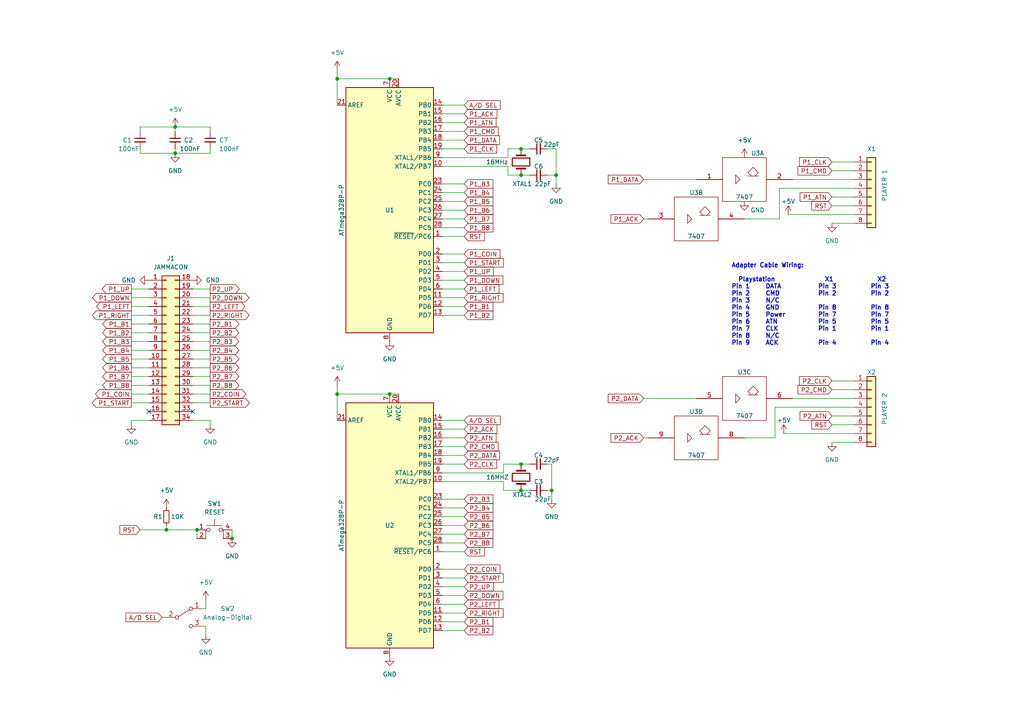
<source format=kicad_sch>
(kicad_sch (version 20211123) (generator eeschema)
  (paper "A4")
  (title_block (title "Jammacon Playstation") (rev "2.1") (company "Shane Kiely"))
  (lib_symbols
    (symbol "74xx_IEEE:7407" (pin_names (offset 0.762))
      (property "Reference" "U" (at 3.81 8.89 0))
      (property "Value" "7407" (at 3.81 -7.62 0))
      (symbol "7407_0_1"
        (rectangle (start -6.35 6.35) (end 6.35 -6.35))
        (polyline (pts (xy -2.54 1.27) (xy -2.54 -1.27) (xy -1.27 0) (xy -2.54 1.27) (xy -2.54 1.27)))
        (polyline (pts (xy 3.048 1.016) (xy 4.064 2.032) (xy 2.54 3.556) (xy 1.016 2.032) (xy 2.032 1.016) (xy 1.016 1.016) (xy 4.064 1.016) (xy 4.064 1.016)))
        (pin power_in line (at 0 6.35 270) (length 0) hide (name "Vcc") (number "14"))
        (pin power_in line (at 0 -6.35 90) (length 0) hide (name "Gnd") (number "7"))
      )
      (symbol "7407_1_1"
        (pin input line (at -13.97 0 0) (length 7.62) (name "~") (number "1"))
        (pin open_collector line (at 13.97 0 180) (length 7.62) (name "~") (number "2"))
      )
      (symbol "7407_2_1"
        (pin input line (at -13.97 0 0) (length 7.62) (name "~") (number "3"))
        (pin open_collector line (at 13.97 0 180) (length 7.62) (name "~") (number "4"))
      )
      (symbol "7407_3_1"
        (pin input line (at -13.97 0 0) (length 7.62) (name "~") (number "5"))
        (pin open_collector line (at 13.97 0 180) (length 7.62) (name "~") (number "6"))
      )
      (symbol "7407_4_1"
        (pin open_collector line (at 13.97 0 180) (length 7.62) (name "~") (number "8"))
        (pin input line (at -13.97 0 0) (length 7.62) (name "~") (number "9"))
      )
      (symbol "7407_5_1"
        (pin open_collector line (at 13.97 0 180) (length 7.62) (name "~") (number "10"))
        (pin input line (at -13.97 0 0) (length 7.62) (name "~") (number "11"))
      )
      (symbol "7407_6_1"
        (pin open_collector line (at 13.97 0 180) (length 7.62) (name "~") (number "12"))
        (pin input line (at -13.97 0 0) (length 7.62) (name "~") (number "13"))
      )
    )
    (symbol "Connector_Generic:Conn_01x08" (pin_names (offset 1.016) hide)
      (property "Reference" "J" (at 0 10.16 0))
      (property "Value" "Conn_01x08" (at 0 -12.7 0))
      (symbol "Conn_01x08_1_1"
        (rectangle (start -1.27 -10.033) (end 0 -10.287) (stroke (width 0.1524)))
        (rectangle (start -1.27 -7.493) (end 0 -7.747) (stroke (width 0.1524)))
        (rectangle (start -1.27 -4.953) (end 0 -5.207) (stroke (width 0.1524)))
        (rectangle (start -1.27 -2.413) (end 0 -2.667) (stroke (width 0.1524)))
        (rectangle (start -1.27 0.127) (end 0 -0.127) (stroke (width 0.1524)))
        (rectangle (start -1.27 2.667) (end 0 2.413) (stroke (width 0.1524)))
        (rectangle (start -1.27 5.207) (end 0 4.953) (stroke (width 0.1524)))
        (rectangle (start -1.27 7.747) (end 0 7.493) (stroke (width 0.1524)))
        (rectangle (start -1.27 8.89) (end 1.27 -11.43) (stroke (width 0.254)) (fill (type background)))
        (pin passive line (at -5.08 7.62 0) (length 3.81) (name "Pin_1") (number "1"))
        (pin passive line (at -5.08 5.08 0) (length 3.81) (name "Pin_2") (number "2"))
        (pin passive line (at -5.08 2.54 0) (length 3.81) (name "Pin_3") (number "3"))
        (pin passive line (at -5.08 0 0) (length 3.81) (name "Pin_4") (number "4"))
        (pin passive line (at -5.08 -2.54 0) (length 3.81) (name "Pin_5") (number "5"))
        (pin passive line (at -5.08 -5.08 0) (length 3.81) (name "Pin_6") (number "6"))
        (pin passive line (at -5.08 -7.62 0) (length 3.81) (name "Pin_7") (number "7"))
        (pin passive line (at -5.08 -10.16 0) (length 3.81) (name "Pin_8") (number "8"))
      )
    )
    (symbol "Connector_Generic:Conn_02x17_Top_Bottom" (pin_names (offset 1.016) hide)
      (property "Reference" "J" (at 1.27 22.86 0))
      (property "Value" "Conn_02x17_Top_Bottom" (at 1.27 -22.86 0))
      (symbol "Conn_02x17_Top_Bottom_1_1"
        (rectangle (start -1.27 -20.193) (end 0 -20.447) (stroke (width 0.1524)))
        (rectangle (start -1.27 -17.653) (end 0 -17.907) (stroke (width 0.1524)))
        (rectangle (start -1.27 -15.113) (end 0 -15.367) (stroke (width 0.1524)))
        (rectangle (start -1.27 -12.573) (end 0 -12.827) (stroke (width 0.1524)))
        (rectangle (start -1.27 -10.033) (end 0 -10.287) (stroke (width 0.1524)))
        (rectangle (start -1.27 -7.493) (end 0 -7.747) (stroke (width 0.1524)))
        (rectangle (start -1.27 -4.953) (end 0 -5.207) (stroke (width 0.1524)))
        (rectangle (start -1.27 -2.413) (end 0 -2.667) (stroke (width 0.1524)))
        (rectangle (start -1.27 0.127) (end 0 -0.127) (stroke (width 0.1524)))
        (rectangle (start -1.27 2.667) (end 0 2.413) (stroke (width 0.1524)))
        (rectangle (start -1.27 5.207) (end 0 4.953) (stroke (width 0.1524)))
        (rectangle (start -1.27 7.747) (end 0 7.493) (stroke (width 0.1524)))
        (rectangle (start -1.27 10.287) (end 0 10.033) (stroke (width 0.1524)))
        (rectangle (start -1.27 12.827) (end 0 12.573) (stroke (width 0.1524)))
        (rectangle (start -1.27 15.367) (end 0 15.113) (stroke (width 0.1524)))
        (rectangle (start -1.27 17.907) (end 0 17.653) (stroke (width 0.1524)))
        (rectangle (start -1.27 20.447) (end 0 20.193) (stroke (width 0.1524)))
        (rectangle (start -1.27 21.59) (end 3.81 -21.59) (stroke (width 0.254)) (fill (type background)))
        (rectangle (start 3.81 -20.193) (end 2.54 -20.447) (stroke (width 0.1524)))
        (rectangle (start 3.81 -17.653) (end 2.54 -17.907) (stroke (width 0.1524)))
        (rectangle (start 3.81 -15.113) (end 2.54 -15.367) (stroke (width 0.1524)))
        (rectangle (start 3.81 -12.573) (end 2.54 -12.827) (stroke (width 0.1524)))
        (rectangle (start 3.81 -10.033) (end 2.54 -10.287) (stroke (width 0.1524)))
        (rectangle (start 3.81 -7.493) (end 2.54 -7.747) (stroke (width 0.1524)))
        (rectangle (start 3.81 -4.953) (end 2.54 -5.207) (stroke (width 0.1524)))
        (rectangle (start 3.81 -2.413) (end 2.54 -2.667) (stroke (width 0.1524)))
        (rectangle (start 3.81 0.127) (end 2.54 -0.127) (stroke (width 0.1524)))
        (rectangle (start 3.81 2.667) (end 2.54 2.413) (stroke (width 0.1524)))
        (rectangle (start 3.81 5.207) (end 2.54 4.953) (stroke (width 0.1524)))
        (rectangle (start 3.81 7.747) (end 2.54 7.493) (stroke (width 0.1524)))
        (rectangle (start 3.81 10.287) (end 2.54 10.033) (stroke (width 0.1524)))
        (rectangle (start 3.81 12.827) (end 2.54 12.573) (stroke (width 0.1524)))
        (rectangle (start 3.81 15.367) (end 2.54 15.113) (stroke (width 0.1524)))
        (rectangle (start 3.81 17.907) (end 2.54 17.653) (stroke (width 0.1524)))
        (rectangle (start 3.81 20.447) (end 2.54 20.193) (stroke (width 0.1524)))
        (pin passive line (at -5.08 20.32 0) (length 3.81) (name "Pin_1") (number "1"))
        (pin passive line (at -5.08 -2.54 0) (length 3.81) (name "Pin_10") (number "10"))
        (pin passive line (at -5.08 -5.08 0) (length 3.81) (name "Pin_11") (number "11"))
        (pin passive line (at -5.08 -7.62 0) (length 3.81) (name "Pin_12") (number "12"))
        (pin passive line (at -5.08 -10.16 0) (length 3.81) (name "Pin_13") (number "13"))
        (pin passive line (at -5.08 -12.7 0) (length 3.81) (name "Pin_14") (number "14"))
        (pin passive line (at -5.08 -15.24 0) (length 3.81) (name "Pin_15") (number "15"))
        (pin passive line (at -5.08 -17.78 0) (length 3.81) (name "Pin_16") (number "16"))
        (pin passive line (at -5.08 -20.32 0) (length 3.81) (name "Pin_17") (number "17"))
        (pin passive line (at 7.62 20.32 180) (length 3.81) (name "Pin_18") (number "18"))
        (pin passive line (at 7.62 17.78 180) (length 3.81) (name "Pin_19") (number "19"))
        (pin passive line (at -5.08 17.78 0) (length 3.81) (name "Pin_2") (number "2"))
        (pin passive line (at 7.62 15.24 180) (length 3.81) (name "Pin_20") (number "20"))
        (pin passive line (at 7.62 12.7 180) (length 3.81) (name "Pin_21") (number "21"))
        (pin passive line (at 7.62 10.16 180) (length 3.81) (name "Pin_22") (number "22"))
        (pin passive line (at 7.62 7.62 180) (length 3.81) (name "Pin_23") (number "23"))
        (pin passive line (at 7.62 5.08 180) (length 3.81) (name "Pin_24") (number "24"))
        (pin passive line (at 7.62 2.54 180) (length 3.81) (name "Pin_25") (number "25"))
        (pin passive line (at 7.62 0 180) (length 3.81) (name "Pin_26") (number "26"))
        (pin passive line (at 7.62 -2.54 180) (length 3.81) (name "Pin_27") (number "27"))
        (pin passive line (at 7.62 -5.08 180) (length 3.81) (name "Pin_28") (number "28"))
        (pin passive line (at 7.62 -7.62 180) (length 3.81) (name "Pin_29") (number "29"))
        (pin passive line (at -5.08 15.24 0) (length 3.81) (name "Pin_3") (number "3"))
        (pin passive line (at 7.62 -10.16 180) (length 3.81) (name "Pin_30") (number "30"))
        (pin passive line (at 7.62 -12.7 180) (length 3.81) (name "Pin_31") (number "31"))
        (pin passive line (at 7.62 -15.24 180) (length 3.81) (name "Pin_32") (number "32"))
        (pin passive line (at 7.62 -17.78 180) (length 3.81) (name "Pin_33") (number "33"))
        (pin passive line (at 7.62 -20.32 180) (length 3.81) (name "Pin_34") (number "34"))
        (pin passive line (at -5.08 12.7 0) (length 3.81) (name "Pin_4") (number "4"))
        (pin passive line (at -5.08 10.16 0) (length 3.81) (name "Pin_5") (number "5"))
        (pin passive line (at -5.08 7.62 0) (length 3.81) (name "Pin_6") (number "6"))
        (pin passive line (at -5.08 5.08 0) (length 3.81) (name "Pin_7") (number "7"))
        (pin passive line (at -5.08 2.54 0) (length 3.81) (name "Pin_8") (number "8"))
        (pin passive line (at -5.08 0 0) (length 3.81) (name "Pin_9") (number "9"))
      )
    )
    (symbol "Device:C_Small" (pin_numbers hide) (pin_names (offset 0.254) hide)
      (property "Reference" "C" (at 0.254 1.778 0))
      (property "Value" "C_Small" (at 0.254 -2.032 0))
      (symbol "C_Small_0_1"
        (polyline (pts (xy -1.524 -0.508) (xy 1.524 -0.508)) (stroke (width 0.3302)))
        (polyline (pts (xy -1.524 0.508) (xy 1.524 0.508)) (stroke (width 0.3048)))
      )
      (symbol "C_Small_1_1"
        (pin passive line (at 0 2.54 270) (length 2.032) (name "~") (number "1"))
        (pin passive line (at 0 -2.54 90) (length 2.032) (name "~") (number "2"))
      )
    )
    (symbol "Device:Crystal" (pin_numbers hide) (pin_names (offset 1.016) hide)
      (property "Reference" "Y" (at 0 3.81 0))
      (property "Value" "Crystal" (at 0 -3.81 0))
      (symbol "Crystal_0_1"
        (rectangle (start -1.143 2.54) (end 1.143 -2.54) (stroke (width 0.3048)))
        (polyline (pts (xy -2.54 0) (xy -1.905 0)))
        (polyline (pts (xy -1.905 -1.27) (xy -1.905 1.27)) (stroke (width 0.508)))
        (polyline (pts (xy 1.905 -1.27) (xy 1.905 1.27)) (stroke (width 0.508)))
        (polyline (pts (xy 2.54 0) (xy 1.905 0)))
      )
      (symbol "Crystal_1_1"
        (pin passive line (at -3.81 0 0) (length 1.27) (name "1") (number "1"))
        (pin passive line (at 3.81 0 180) (length 1.27) (name "2") (number "2"))
      )
    )
    (symbol "Device:R_Small" (pin_numbers hide) (pin_names (offset 0.254) hide)
      (property "Reference" "R" (at 0.762 0.508 0))
      (property "Value" "R_Small" (at 0.762 -1.016 0))
      (symbol "R_Small_0_1"
        (rectangle (start -0.762 1.778) (end 0.762 -1.778) (stroke (width 0.2032)))
      )
      (symbol "R_Small_1_1"
        (pin passive line (at 0 2.54 270) (length 0.762) (name "~") (number "1"))
        (pin passive line (at 0 -2.54 90) (length 0.762) (name "~") (number "2"))
      )
    )
    (symbol "MCU_Microchip_ATmega:ATmega328P-P"
      (property "Reference" "U" (at -12.7 36.83 0))
      (property "Value" "ATmega328P-P" (at 2.54 -36.83 0))
      (symbol "ATmega328P-P_0_1"
        (rectangle (start -12.7 -35.56) (end 12.7 35.56) (stroke (width 0.254)) (fill (type background)))
      )
      (symbol "ATmega328P-P_1_1"
        (pin bidirectional line (at 15.24 -7.62 180) (length 2.54) (name "~{RESET}/PC6") (number "1"))
        (pin bidirectional line (at 15.24 12.7 180) (length 2.54) (name "XTAL2/PB7") (number "10"))
        (pin bidirectional line (at 15.24 -25.4 180) (length 2.54) (name "PD5") (number "11"))
        (pin bidirectional line (at 15.24 -27.94 180) (length 2.54) (name "PD6") (number "12"))
        (pin bidirectional line (at 15.24 -30.48 180) (length 2.54) (name "PD7") (number "13"))
        (pin bidirectional line (at 15.24 30.48 180) (length 2.54) (name "PB0") (number "14"))
        (pin bidirectional line (at 15.24 27.94 180) (length 2.54) (name "PB1") (number "15"))
        (pin bidirectional line (at 15.24 25.4 180) (length 2.54) (name "PB2") (number "16"))
        (pin bidirectional line (at 15.24 22.86 180) (length 2.54) (name "PB3") (number "17"))
        (pin bidirectional line (at 15.24 20.32 180) (length 2.54) (name "PB4") (number "18"))
        (pin bidirectional line (at 15.24 17.78 180) (length 2.54) (name "PB5") (number "19"))
        (pin bidirectional line (at 15.24 -12.7 180) (length 2.54) (name "PD0") (number "2"))
        (pin power_in line (at 2.54 38.1 270) (length 2.54) (name "AVCC") (number "20"))
        (pin passive line (at -15.24 30.48 0) (length 2.54) (name "AREF") (number "21"))
        (pin passive line (at 0 -38.1 90) (length 2.54) hide (name "GND") (number "22"))
        (pin bidirectional line (at 15.24 7.62 180) (length 2.54) (name "PC0") (number "23"))
        (pin bidirectional line (at 15.24 5.08 180) (length 2.54) (name "PC1") (number "24"))
        (pin bidirectional line (at 15.24 2.54 180) (length 2.54) (name "PC2") (number "25"))
        (pin bidirectional line (at 15.24 0 180) (length 2.54) (name "PC3") (number "26"))
        (pin bidirectional line (at 15.24 -2.54 180) (length 2.54) (name "PC4") (number "27"))
        (pin bidirectional line (at 15.24 -5.08 180) (length 2.54) (name "PC5") (number "28"))
        (pin bidirectional line (at 15.24 -15.24 180) (length 2.54) (name "PD1") (number "3"))
        (pin bidirectional line (at 15.24 -17.78 180) (length 2.54) (name "PD2") (number "4"))
        (pin bidirectional line (at 15.24 -20.32 180) (length 2.54) (name "PD3") (number "5"))
        (pin bidirectional line (at 15.24 -22.86 180) (length 2.54) (name "PD4") (number "6"))
        (pin power_in line (at 0 38.1 270) (length 2.54) (name "VCC") (number "7"))
        (pin power_in line (at 0 -38.1 90) (length 2.54) (name "GND") (number "8"))
        (pin bidirectional line (at 15.24 15.24 180) (length 2.54) (name "XTAL1/PB6") (number "9"))
      )
    )
    (symbol "Switch:SW_MEC_5E" (pin_names (offset 1.016) hide)
      (property "Reference" "SW" (at 0.635 5.715 0))
      (property "Value" "SW_MEC_5E" (at 0 -3.175 0))
      (symbol "SW_MEC_5E_0_1"
        (circle (center -1.778 2.54) (radius 0.508))
        (polyline (pts (xy -2.286 3.81) (xy 2.286 3.81)))
        (polyline (pts (xy 0 3.81) (xy 0 5.588)))
        (polyline (pts (xy -2.54 0) (xy -2.54 2.54) (xy -2.286 2.54)))
        (polyline (pts (xy 2.54 0) (xy 2.54 2.54) (xy 2.286 2.54)))
        (circle (center 1.778 2.54) (radius 0.508))
        (pin passive line (at -5.08 2.54 0) (length 2.54) (name "1") (number "1"))
        (pin passive line (at -5.08 0 0) (length 2.54) (name "2") (number "2"))
        (pin passive line (at 5.08 0 180) (length 2.54) (name "K") (number "3"))
        (pin passive line (at 5.08 2.54 180) (length 2.54) (name "A") (number "4"))
      )
    )
    (symbol "Switch:SW_SPDT" (pin_names (offset 0) hide)
      (property "Reference" "SW" (at 0 4.318 0))
      (property "Value" "SW_SPDT" (at 0 -5.08 0))
      (symbol "SW_SPDT_0_0"
        (circle (center -2.032 0) (radius 0.508))
        (circle (center 2.032 -2.54) (radius 0.508))
      )
      (symbol "SW_SPDT_0_1"
        (polyline (pts (xy -1.524 0.254) (xy 1.651 2.286)))
        (circle (center 2.032 2.54) (radius 0.508))
      )
      (symbol "SW_SPDT_1_1"
        (pin passive line (at 5.08 2.54 180) (length 2.54) (name "A") (number "1"))
        (pin passive line (at -5.08 0 0) (length 2.54) (name "B") (number "2"))
        (pin passive line (at 5.08 -2.54 180) (length 2.54) (name "C") (number "3"))
      )
    )
    (symbol "power:+5V" (power) (pin_names (offset 0))
      (property "Value" "+5V" (at 0 3.556 0))
      (symbol "+5V_0_1"
        (polyline (pts (xy -0.762 1.27) (xy 0 2.54)))
        (polyline (pts (xy 0 0) (xy 0 2.54)))
        (polyline (pts (xy 0 2.54) (xy 0.762 1.27)))
      )
      (symbol "+5V_1_1"
        (pin power_in line (at 0 0 90) (length 0) hide (name "+5V") (number "1"))
      )
    )
    (symbol "power:GND" (power) (pin_names (offset 0))
      (property "Value" "GND" (at 0 -3.81 0))
      (symbol "GND_0_1"
        (polyline (pts (xy 0 0) (xy 0 -1.27) (xy 1.27 -1.27) (xy 0 -2.54) (xy -1.27 -1.27) (xy 0 -1.27)))
      )
      (symbol "GND_1_1"
        (pin power_in line (at 0 0 270) (length 0) hide (name "GND") (number "1"))
      )
    )
  )
  (junction (at 151.13 43.18))
  (junction (at 113.03 22.86))
  (junction (at 48.26 153.67))
  (junction (at 57.15 153.67))
  (junction (at 151.13 142.24))
  (junction (at 160.02 142.24))
  (junction (at 113.03 114.3))
  (junction (at 50.8 36.83))
  (junction (at 67.31 156.21))
  (junction (at 151.13 50.8))
  (junction (at 97.79 114.3))
  (junction (at 50.8 44.45))
  (junction (at 151.13 134.62))
  (junction (at 97.79 22.86))
  (junction (at 161.29 50.8))
  (no_connect (at 43.18 119.38))
  (no_connect (at 55.88 119.38))
  (wire (pts (xy 55.88 101.6) (xy 60.96 101.6)))
  (wire (pts (xy 50.8 43.18) (xy 50.8 44.45)))
  (wire (pts (xy 38.1 96.52) (xy 43.18 96.52)))
  (wire (pts (xy 158.75 50.8) (xy 161.29 50.8)))
  (wire (pts (xy 241.3 59.69) (xy 247.65 59.69)))
  (wire (pts (xy 128.27 38.1) (xy 134.62 38.1)))
  (wire (pts (xy 226.06 54.61) (xy 247.65 54.61)))
  (wire (pts (xy 241.3 113.03) (xy 247.65 113.03)))
  (wire (pts (xy 55.88 109.22) (xy 60.96 109.22)))
  (wire (pts (xy 48.26 153.67) (xy 57.15 153.67)))
  (wire (pts (xy 46.99 179.07) (xy 48.26 179.07)))
  (wire (pts (xy 151.13 142.24) (xy 153.67 142.24)))
  (wire (pts (xy 147.32 50.8) (xy 151.13 50.8)))
  (wire (pts (xy 128.27 53.34) (xy 134.62 53.34)))
  (wire (pts (xy 224.79 118.11) (xy 247.65 118.11)))
  (wire (pts (xy 59.69 173.99) (xy 59.69 176.53)))
  (wire (pts (xy 228.6 62.23) (xy 247.65 62.23)))
  (wire (pts (xy 50.8 36.83) (xy 50.8 38.1)))
  (wire (pts (xy 241.3 64.77) (xy 247.65 64.77)))
  (wire (pts (xy 229.87 52.07) (xy 247.65 52.07)))
  (wire (pts (xy 97.79 114.3) (xy 97.79 121.92)))
  (wire (pts (xy 186.69 115.57) (xy 201.93 115.57)))
  (wire (pts (xy 43.18 121.92) (xy 38.1 121.92)))
  (wire (pts (xy 38.1 111.76) (xy 43.18 111.76)))
  (wire (pts (xy 160.02 134.62) (xy 160.02 142.24)))
  (wire (pts (xy 40.64 38.1) (xy 40.64 36.83)))
  (wire (pts (xy 128.27 88.9) (xy 134.62 88.9)))
  (wire (pts (xy 128.27 78.74) (xy 134.62 78.74)))
  (wire (pts (xy 128.27 154.94) (xy 134.62 154.94)))
  (wire (pts (xy 158.75 43.18) (xy 161.29 43.18)))
  (wire (pts (xy 128.27 81.28) (xy 134.62 81.28)))
  (wire (pts (xy 40.64 43.18) (xy 40.64 44.45)))
  (wire (pts (xy 128.27 175.26) (xy 134.62 175.26)))
  (wire (pts (xy 40.64 44.45) (xy 50.8 44.45)))
  (wire (pts (xy 38.1 93.98) (xy 43.18 93.98)))
  (wire (pts (xy 226.06 63.5) (xy 226.06 54.61)))
  (wire (pts (xy 50.8 44.45) (xy 60.96 44.45)))
  (wire (pts (xy 67.31 153.67) (xy 67.31 156.21)))
  (wire (pts (xy 57.15 153.67) (xy 57.15 156.21)))
  (wire (pts (xy 50.8 36.83) (xy 60.96 36.83)))
  (wire (pts (xy 128.27 66.04) (xy 134.62 66.04)))
  (wire (pts (xy 227.33 125.73) (xy 247.65 125.73)))
  (wire (pts (xy 97.79 22.86) (xy 113.03 22.86)))
  (wire (pts (xy 97.79 20.32) (xy 97.79 22.86)))
  (wire (pts (xy 128.27 134.62) (xy 134.62 134.62)))
  (wire (pts (xy 128.27 91.44) (xy 134.62 91.44)))
  (wire (pts (xy 58.42 176.53) (xy 59.69 176.53)))
  (wire (pts (xy 38.1 83.82) (xy 43.18 83.82)))
  (wire (pts (xy 128.27 73.66) (xy 134.62 73.66)))
  (wire (pts (xy 58.42 181.61) (xy 59.69 181.61)))
  (wire (pts (xy 161.29 50.8) (xy 161.29 53.34)))
  (wire (pts (xy 113.03 114.3) (xy 115.57 114.3)))
  (wire (pts (xy 128.27 63.5) (xy 134.62 63.5)))
  (wire (pts (xy 128.27 177.8) (xy 134.62 177.8)))
  (wire (pts (xy 241.3 123.19) (xy 247.65 123.19)))
  (wire (pts (xy 241.3 46.99) (xy 247.65 46.99)))
  (wire (pts (xy 40.64 36.83) (xy 50.8 36.83)))
  (wire (pts (xy 38.1 99.06) (xy 43.18 99.06)))
  (wire (pts (xy 128.27 132.08) (xy 134.62 132.08)))
  (wire (pts (xy 241.3 120.65) (xy 247.65 120.65)))
  (wire (pts (xy 241.3 49.53) (xy 247.65 49.53)))
  (wire (pts (xy 55.88 99.06) (xy 60.96 99.06)))
  (wire (pts (xy 128.27 48.26) (xy 147.32 48.26)))
  (wire (pts (xy 38.1 101.6) (xy 43.18 101.6)))
  (wire (pts (xy 241.3 128.27) (xy 247.65 128.27)))
  (wire (pts (xy 38.1 91.44) (xy 43.18 91.44)))
  (wire (pts (xy 128.27 58.42) (xy 134.62 58.42)))
  (wire (pts (xy 55.88 91.44) (xy 60.96 91.44)))
  (wire (pts (xy 158.75 134.62) (xy 160.02 134.62)))
  (wire (pts (xy 215.9 127) (xy 224.79 127)))
  (wire (pts (xy 38.1 88.9) (xy 43.18 88.9)))
  (wire (pts (xy 128.27 83.82) (xy 134.62 83.82)))
  (wire (pts (xy 147.32 48.26) (xy 147.32 50.8)))
  (wire (pts (xy 38.1 114.3) (xy 43.18 114.3)))
  (wire (pts (xy 48.26 152.4) (xy 48.26 153.67)))
  (wire (pts (xy 38.1 116.84) (xy 43.18 116.84)))
  (wire (pts (xy 229.87 115.57) (xy 247.65 115.57)))
  (wire (pts (xy 38.1 106.68) (xy 43.18 106.68)))
  (wire (pts (xy 161.29 43.18) (xy 161.29 50.8)))
  (wire (pts (xy 215.9 63.5) (xy 226.06 63.5)))
  (wire (pts (xy 60.96 121.92) (xy 60.96 123.19)))
  (wire (pts (xy 128.27 139.7) (xy 146.05 139.7)))
  (wire (pts (xy 147.32 45.72) (xy 147.32 43.18)))
  (wire (pts (xy 128.27 149.86) (xy 134.62 149.86)))
  (wire (pts (xy 128.27 55.88) (xy 134.62 55.88)))
  (wire (pts (xy 55.88 104.14) (xy 60.96 104.14)))
  (wire (pts (xy 224.79 127) (xy 224.79 118.11)))
  (wire (pts (xy 128.27 60.96) (xy 134.62 60.96)))
  (wire (pts (xy 55.88 121.92) (xy 60.96 121.92)))
  (wire (pts (xy 128.27 129.54) (xy 134.62 129.54)))
  (wire (pts (xy 146.05 142.24) (xy 151.13 142.24)))
  (wire (pts (xy 38.1 121.92) (xy 38.1 123.19)))
  (wire (pts (xy 128.27 147.32) (xy 134.62 147.32)))
  (wire (pts (xy 38.1 104.14) (xy 43.18 104.14)))
  (wire (pts (xy 160.02 142.24) (xy 160.02 144.78)))
  (wire (pts (xy 128.27 76.2) (xy 134.62 76.2)))
  (wire (pts (xy 60.96 44.45) (xy 60.96 43.18)))
  (wire (pts (xy 55.88 116.84) (xy 60.96 116.84)))
  (wire (pts (xy 128.27 86.36) (xy 134.62 86.36)))
  (wire (pts (xy 128.27 43.18) (xy 134.62 43.18)))
  (wire (pts (xy 59.69 181.61) (xy 59.69 184.15)))
  (wire (pts (xy 128.27 144.78) (xy 134.62 144.78)))
  (wire (pts (xy 55.88 93.98) (xy 60.96 93.98)))
  (wire (pts (xy 128.27 160.02) (xy 134.62 160.02)))
  (wire (pts (xy 128.27 33.02) (xy 134.62 33.02)))
  (wire (pts (xy 146.05 134.62) (xy 151.13 134.62)))
  (wire (pts (xy 128.27 167.64) (xy 134.62 167.64)))
  (wire (pts (xy 38.1 109.22) (xy 43.18 109.22)))
  (wire (pts (xy 60.96 36.83) (xy 60.96 38.1)))
  (wire (pts (xy 97.79 111.76) (xy 97.79 114.3)))
  (wire (pts (xy 128.27 182.88) (xy 134.62 182.88)))
  (wire (pts (xy 241.3 110.49) (xy 247.65 110.49)))
  (wire (pts (xy 113.03 22.86) (xy 115.57 22.86)))
  (wire (pts (xy 97.79 22.86) (xy 97.79 30.48)))
  (wire (pts (xy 128.27 165.1) (xy 134.62 165.1)))
  (wire (pts (xy 128.27 30.48) (xy 134.62 30.48)))
  (wire (pts (xy 128.27 40.64) (xy 134.62 40.64)))
  (wire (pts (xy 186.69 52.07) (xy 201.93 52.07)))
  (wire (pts (xy 146.05 137.16) (xy 146.05 134.62)))
  (wire (pts (xy 128.27 170.18) (xy 134.62 170.18)))
  (wire (pts (xy 128.27 124.46) (xy 134.62 124.46)))
  (wire (pts (xy 55.88 86.36) (xy 60.96 86.36)))
  (wire (pts (xy 151.13 50.8) (xy 153.67 50.8)))
  (wire (pts (xy 55.88 96.52) (xy 60.96 96.52)))
  (wire (pts (xy 128.27 180.34) (xy 134.62 180.34)))
  (wire (pts (xy 128.27 68.58) (xy 134.62 68.58)))
  (wire (pts (xy 128.27 172.72) (xy 134.62 172.72)))
  (wire (pts (xy 97.79 114.3) (xy 113.03 114.3)))
  (wire (pts (xy 55.88 83.82) (xy 60.96 83.82)))
  (wire (pts (xy 128.27 127) (xy 134.62 127)))
  (wire (pts (xy 146.05 139.7) (xy 146.05 142.24)))
  (wire (pts (xy 186.69 63.5) (xy 187.96 63.5)))
  (wire (pts (xy 151.13 43.18) (xy 153.67 43.18)))
  (wire (pts (xy 186.69 127) (xy 187.96 127)))
  (wire (pts (xy 128.27 137.16) (xy 146.05 137.16)))
  (wire (pts (xy 55.88 114.3) (xy 60.96 114.3)))
  (wire (pts (xy 147.32 43.18) (xy 151.13 43.18)))
  (wire (pts (xy 128.27 152.4) (xy 134.62 152.4)))
  (wire (pts (xy 128.27 121.92) (xy 134.62 121.92)))
  (wire (pts (xy 151.13 134.62) (xy 153.67 134.62)))
  (wire (pts (xy 158.75 142.24) (xy 160.02 142.24)))
  (wire (pts (xy 55.88 111.76) (xy 60.96 111.76)))
  (wire (pts (xy 40.64 153.67) (xy 48.26 153.67)))
  (wire (pts (xy 128.27 157.48) (xy 134.62 157.48)))
  (wire (pts (xy 128.27 35.56) (xy 134.62 35.56)))
  (wire (pts (xy 247.65 57.15) (xy 241.3 57.15)))
  (wire (pts (xy 55.88 106.68) (xy 60.96 106.68)))
  (wire (pts (xy 55.88 88.9) (xy 60.96 88.9)))
  (wire (pts (xy 38.1 86.36) (xy 43.18 86.36)))
  (wire (pts (xy 128.27 45.72) (xy 147.32 45.72)))
  (text "Adapter Cable Wiring:\n\n  Playstation		  X1 		  X2\nPin 1	DATA		Pin 3		Pin 3\nPin 2	CMD			Pin 2		Pin 2\nPin 3 	N/C\nPin 4	GND			Pin 8		Pin 8\nPin 5	Power		Pin 7		Pin 7\nPin 6	ATN			Pin 5		Pin 5\nPin 7	CLK			Pin 1		Pin 1\nPin 8	N/C\nPin 9	ACK			Pin 4		Pin 4" (at 212.09 100.33 0) (effects (font (size 1.27 1.27) (thickness 0.254) bold) (justify left bottom)))
  (global_label "RST" (shape input) (at 134.62 68.58 0) (property "Intersheet References" "${INTERSHEET_REFS}" (effects hide)))
  (global_label "P2_START" (shape input) (at 134.62 167.64 0) (property "Intersheet References" "${INTERSHEET_REFS}" (effects hide)))
  (global_label "P2_B4" (shape output) (at 60.96 101.6 0) (property "Intersheet References" "${INTERSHEET_REFS}" (effects hide)))
  (global_label "P2_B3" (shape output) (at 60.96 99.06 0) (property "Intersheet References" "${INTERSHEET_REFS}" (effects hide)))
  (global_label "P1_ACK" (shape input) (at 134.62 33.02 0) (property "Intersheet References" "${INTERSHEET_REFS}" (effects hide)))
  (global_label "RST" (shape input) (at 134.62 160.02 0) (property "Intersheet References" "${INTERSHEET_REFS}" (effects hide)))
  (global_label "P2_ATN" (shape input) (at 241.3 120.65 180) (property "Intersheet References" "${INTERSHEET_REFS}" (effects hide)))
  (global_label "RST" (shape input) (at 241.3 59.69 180) (property "Intersheet References" "${INTERSHEET_REFS}" (effects hide)))
  (global_label "P1_COIN" (shape output) (at 38.1 114.3 180) (property "Intersheet References" "${INTERSHEET_REFS}" (effects hide)))
  (global_label "P1_B8" (shape output) (at 38.1 111.76 180) (property "Intersheet References" "${INTERSHEET_REFS}" (effects hide)))
  (global_label "A{slash}D SEL" (shape input) (at 134.62 121.92 0) (property "Intersheet References" "${INTERSHEET_REFS}" (effects hide)))
  (global_label "P2_COIN" (shape input) (at 134.62 165.1 0) (property "Intersheet References" "${INTERSHEET_REFS}" (effects hide)))
  (global_label "P2_START" (shape output) (at 60.96 116.84 0) (property "Intersheet References" "${INTERSHEET_REFS}" (effects hide)))
  (global_label "P2_B2" (shape input) (at 134.62 182.88 0) (property "Intersheet References" "${INTERSHEET_REFS}" (effects hide)))
  (global_label "P1_CMD" (shape input) (at 241.3 49.53 180) (property "Intersheet References" "${INTERSHEET_REFS}" (effects hide)))
  (global_label "P2_COIN" (shape output) (at 60.96 114.3 0) (property "Intersheet References" "${INTERSHEET_REFS}" (effects hide)))
  (global_label "P2_B8" (shape output) (at 60.96 111.76 0) (property "Intersheet References" "${INTERSHEET_REFS}" (effects hide)))
  (global_label "P2_CLK" (shape input) (at 241.3 110.49 180) (property "Intersheet References" "${INTERSHEET_REFS}" (effects hide)))
  (global_label "P1_RIGHT" (shape output) (at 38.1 91.44 180) (property "Intersheet References" "${INTERSHEET_REFS}" (effects hide)))
  (global_label "A{slash}D SEL" (shape input) (at 46.99 179.07 180) (property "Intersheet References" "${INTERSHEET_REFS}" (effects hide)))
  (global_label "P2_RIGHT" (shape input) (at 134.62 177.8 0) (property "Intersheet References" "${INTERSHEET_REFS}" (effects hide)))
  (global_label "P2_ATN" (shape input) (at 134.62 127 0) (property "Intersheet References" "${INTERSHEET_REFS}" (effects hide)))
  (global_label "P1_UP" (shape output) (at 38.1 83.82 180) (property "Intersheet References" "${INTERSHEET_REFS}" (effects hide)))
  (global_label "P2_B5" (shape input) (at 134.62 149.86 0) (property "Intersheet References" "${INTERSHEET_REFS}" (effects hide)))
  (global_label "P2_B5" (shape output) (at 60.96 104.14 0) (property "Intersheet References" "${INTERSHEET_REFS}" (effects hide)))
  (global_label "P1_DATA" (shape input) (at 134.62 40.64 0) (property "Intersheet References" "${INTERSHEET_REFS}" (effects hide)))
  (global_label "P1_ATN" (shape input) (at 134.62 35.56 0) (property "Intersheet References" "${INTERSHEET_REFS}" (effects hide)))
  (global_label "P1_B8" (shape input) (at 134.62 66.04 0) (property "Intersheet References" "${INTERSHEET_REFS}" (effects hide)))
  (global_label "P1_B5" (shape output) (at 38.1 104.14 180) (property "Intersheet References" "${INTERSHEET_REFS}" (effects hide)))
  (global_label "P1_CLK" (shape input) (at 134.62 43.18 0) (property "Intersheet References" "${INTERSHEET_REFS}" (effects hide)))
  (global_label "P2_UP" (shape input) (at 134.62 170.18 0) (property "Intersheet References" "${INTERSHEET_REFS}" (effects hide)))
  (global_label "P1_ACK" (shape input) (at 186.69 63.5 180) (property "Intersheet References" "${INTERSHEET_REFS}" (effects hide)))
  (global_label "P1_ATN" (shape input) (at 241.3 57.15 180) (property "Intersheet References" "${INTERSHEET_REFS}" (effects hide)))
  (global_label "P1_B4" (shape input) (at 134.62 55.88 0) (property "Intersheet References" "${INTERSHEET_REFS}" (effects hide)))
  (global_label "P2_B4" (shape input) (at 134.62 147.32 0) (property "Intersheet References" "${INTERSHEET_REFS}" (effects hide)))
  (global_label "P2_DOWN" (shape input) (at 134.62 172.72 0) (property "Intersheet References" "${INTERSHEET_REFS}" (effects hide)))
  (global_label "P1_DOWN" (shape input) (at 134.62 81.28 0) (property "Intersheet References" "${INTERSHEET_REFS}" (effects hide)))
  (global_label "P1_DOWN" (shape output) (at 38.1 86.36 180) (property "Intersheet References" "${INTERSHEET_REFS}" (effects hide)))
  (global_label "P1_COIN" (shape input) (at 134.62 73.66 0) (property "Intersheet References" "${INTERSHEET_REFS}" (effects hide)))
  (global_label "RST" (shape input) (at 241.3 123.19 180) (property "Intersheet References" "${INTERSHEET_REFS}" (effects hide)))
  (global_label "P1_B4" (shape output) (at 38.1 101.6 180) (property "Intersheet References" "${INTERSHEET_REFS}" (effects hide)))
  (global_label "P2_CMD" (shape input) (at 241.3 113.03 180) (property "Intersheet References" "${INTERSHEET_REFS}" (effects hide)))
  (global_label "RST" (shape input) (at 40.64 153.67 180) (property "Intersheet References" "${INTERSHEET_REFS}" (effects hide)))
  (global_label "P1_B2" (shape output) (at 38.1 96.52 180) (property "Intersheet References" "${INTERSHEET_REFS}" (effects hide)))
  (global_label "P2_DATA" (shape input) (at 186.69 115.57 180) (property "Intersheet References" "${INTERSHEET_REFS}" (effects hide)))
  (global_label "P2_B6" (shape output) (at 60.96 106.68 0) (property "Intersheet References" "${INTERSHEET_REFS}" (effects hide)))
  (global_label "P2_B6" (shape input) (at 134.62 152.4 0) (property "Intersheet References" "${INTERSHEET_REFS}" (effects hide)))
  (global_label "P2_RIGHT" (shape output) (at 60.96 91.44 0) (property "Intersheet References" "${INTERSHEET_REFS}" (effects hide)))
  (global_label "P1_LEFT" (shape input) (at 134.62 83.82 0) (property "Intersheet References" "${INTERSHEET_REFS}" (effects hide)))
  (global_label "P2_CMD" (shape input) (at 134.62 129.54 0) (property "Intersheet References" "${INTERSHEET_REFS}" (effects hide)))
  (global_label "P1_B1" (shape output) (at 38.1 93.98 180) (property "Intersheet References" "${INTERSHEET_REFS}" (effects hide)))
  (global_label "P1_B6" (shape input) (at 134.62 60.96 0) (property "Intersheet References" "${INTERSHEET_REFS}" (effects hide)))
  (global_label "P2_B8" (shape input) (at 134.62 157.48 0) (property "Intersheet References" "${INTERSHEET_REFS}" (effects hide)))
  (global_label "P1_B1" (shape input) (at 134.62 88.9 0) (property "Intersheet References" "${INTERSHEET_REFS}" (effects hide)))
  (global_label "P1_B7" (shape output) (at 38.1 109.22 180) (property "Intersheet References" "${INTERSHEET_REFS}" (effects hide)))
  (global_label "P2_ACK" (shape input) (at 186.69 127 180) (property "Intersheet References" "${INTERSHEET_REFS}" (effects hide)))
  (global_label "P1_B5" (shape input) (at 134.62 58.42 0) (property "Intersheet References" "${INTERSHEET_REFS}" (effects hide)))
  (global_label "P1_LEFT" (shape output) (at 38.1 88.9 180) (property "Intersheet References" "${INTERSHEET_REFS}" (effects hide)))
  (global_label "P1_RIGHT" (shape input) (at 134.62 86.36 0) (property "Intersheet References" "${INTERSHEET_REFS}" (effects hide)))
  (global_label "P1_B3" (shape input) (at 134.62 53.34 0) (property "Intersheet References" "${INTERSHEET_REFS}" (effects hide)))
  (global_label "P2_LEFT" (shape output) (at 60.96 88.9 0) (property "Intersheet References" "${INTERSHEET_REFS}" (effects hide)))
  (global_label "P2_UP" (shape output) (at 60.96 83.82 0) (property "Intersheet References" "${INTERSHEET_REFS}" (effects hide)))
  (global_label "P2_B7" (shape input) (at 134.62 154.94 0) (property "Intersheet References" "${INTERSHEET_REFS}" (effects hide)))
  (global_label "P2_B1" (shape output) (at 60.96 93.98 0) (property "Intersheet References" "${INTERSHEET_REFS}" (effects hide)))
  (global_label "P1_B6" (shape output) (at 38.1 106.68 180) (property "Intersheet References" "${INTERSHEET_REFS}" (effects hide)))
  (global_label "P1_B7" (shape input) (at 134.62 63.5 0) (property "Intersheet References" "${INTERSHEET_REFS}" (effects hide)))
  (global_label "P1_START" (shape input) (at 134.62 76.2 0) (property "Intersheet References" "${INTERSHEET_REFS}" (effects hide)))
  (global_label "P2_B1" (shape input) (at 134.62 180.34 0) (property "Intersheet References" "${INTERSHEET_REFS}" (effects hide)))
  (global_label "P1_START" (shape output) (at 38.1 116.84 180) (property "Intersheet References" "${INTERSHEET_REFS}" (effects hide)))
  (global_label "P2_DATA" (shape input) (at 134.62 132.08 0) (property "Intersheet References" "${INTERSHEET_REFS}" (effects hide)))
  (global_label "P1_DATA" (shape input) (at 186.69 52.07 180) (property "Intersheet References" "${INTERSHEET_REFS}" (effects hide)))
  (global_label "P1_CMD" (shape input) (at 134.62 38.1 0) (property "Intersheet References" "${INTERSHEET_REFS}" (effects hide)))
  (global_label "A{slash}D SEL" (shape input) (at 134.62 30.48 0) (property "Intersheet References" "${INTERSHEET_REFS}" (effects hide)))
  (global_label "P2_ACK" (shape input) (at 134.62 124.46 0) (property "Intersheet References" "${INTERSHEET_REFS}" (effects hide)))
  (global_label "P1_CLK" (shape input) (at 241.3 46.99 180) (property "Intersheet References" "${INTERSHEET_REFS}" (effects hide)))
  (global_label "P2_B3" (shape input) (at 134.62 144.78 0) (property "Intersheet References" "${INTERSHEET_REFS}" (effects hide)))
  (global_label "P2_B2" (shape output) (at 60.96 96.52 0) (property "Intersheet References" "${INTERSHEET_REFS}" (effects hide)))
  (global_label "P2_DOWN" (shape output) (at 60.96 86.36 0) (property "Intersheet References" "${INTERSHEET_REFS}" (effects hide)))
  (global_label "P1_UP" (shape input) (at 134.62 78.74 0) (property "Intersheet References" "${INTERSHEET_REFS}" (effects hide)))
  (global_label "P1_B3" (shape output) (at 38.1 99.06 180) (property "Intersheet References" "${INTERSHEET_REFS}" (effects hide)))
  (global_label "P2_LEFT" (shape input) (at 134.62 175.26 0) (property "Intersheet References" "${INTERSHEET_REFS}" (effects hide)))
  (global_label "P2_CLK" (shape input) (at 134.62 134.62 0) (property "Intersheet References" "${INTERSHEET_REFS}" (effects hide)))
  (global_label "P2_B7" (shape output) (at 60.96 109.22 0) (property "Intersheet References" "${INTERSHEET_REFS}" (effects hide)))
  (global_label "P1_B2" (shape input) (at 134.62 91.44 0) (property "Intersheet References" "${INTERSHEET_REFS}" (effects hide)))
  (symbol (lib_id "Device:R_Small") (at 48.26 149.86 0) (unit 1)
    (property "Reference" "R1" (at 44.45 149.86 0) (effects (justify left)))
    (property "Value" "10K" (at 49.53 149.86 0) (effects (justify left)))
  )
  (symbol (lib_id "power:GND") (at 55.88 81.28 90) (unit 1)
    (property "Reference" "#PWR0116" (effects hide))
    (property "Value" "GND" (at 59.69 81.2799 90) (effects (justify right)))
  )
  (symbol (lib_id "power:GND") (at 241.3 64.77 0) (unit 1)
    (property "Reference" "#PWR0106" (effects hide))
    (property "Value" "GND" (at 241.3 69.85 0))
  )
  (symbol (lib_id "power:GND") (at 59.69 184.15 0) (unit 1)
    (property "Reference" "#PWR0114" (effects hide))
    (property "Value" "GND" (at 59.69 189.23 0))
  )
  (symbol (lib_id "power:GND") (at 113.03 99.06 0) (unit 1)
    (property "Reference" "#PWR0103" (effects hide))
    (property "Value" "GND" (at 113.03 104.14 0))
  )
  (symbol (lib_id "power:+5V") (at 59.69 173.99 0) (unit 1)
    (property "Reference" "#PWR0115" (effects hide))
    (property "Value" "+5V" (at 59.69 168.91 0))
  )
  (symbol (lib_id "Device:C_Small") (at 50.8 40.64 0) (unit 1)
    (property "Reference" "C2" (at 53.34 40.64 0) (effects (justify left)))
    (property "Value" "100nF" (at 52.07 43.18 0) (effects (justify left)))
  )
  (symbol (lib_id "power:+5V") (at 50.8 36.83 0) (unit 1)
    (property "Reference" "#PWR0118" (effects hide))
    (property "Value" "+5V" (at 50.8 31.75 0))
  )
  (symbol (lib_id "Device:C_Small") (at 40.64 40.64 0) (unit 1)
    (property "Reference" "C1" (at 35.56 40.64 0) (effects (justify left)))
    (property "Value" "100nF" (at 34.29 43.18 0) (effects (justify left)))
  )
  (symbol (lib_id "power:GND") (at 113.03 190.5 0) (unit 1)
    (property "Reference" "#PWR0113" (effects hide))
    (property "Value" "GND" (at 113.03 195.58 0))
  )
  (symbol (lib_id "power:GND") (at 38.1 123.19 0) (unit 1)
    (property "Reference" "#PWR0108" (effects hide))
    (property "Value" "GND" (at 38.1 128.27 0))
  )
  (symbol (lib_id "power:+5V") (at 228.6 62.23 0) (unit 1)
    (property "Reference" "#PWR04" (effects hide))
    (property "Value" "+5V" (at 228.6 58.42 0))
  )
  (symbol (lib_id "power:GND") (at 50.8 44.45 0) (unit 1)
    (property "Reference" "#PWR0117" (effects hide))
    (property "Value" "GND" (at 50.8 49.53 0))
  )
  (symbol (lib_id "Device:C_Small") (at 60.96 40.64 0) (unit 1)
    (property "Reference" "C7" (at 63.5 40.64 0) (effects (justify left)))
    (property "Value" "100nF" (at 63.5 43.18 0) (effects (justify left)))
  )
  (symbol (lib_id "Device:C_Small") (at 156.21 43.18 90) (unit 1)
    (property "Reference" "C5" (at 156.21 40.64 90))
    (property "Value" "22pF" (at 160.02 41.91 90))
  )
  (symbol (lib_id "power:+5V") (at 97.79 20.32 0) (unit 1)
    (property "Reference" "#PWR0101" (effects hide))
    (property "Value" "+5V" (at 97.79 15.24 0))
  )
  (symbol (lib_id "74xx_IEEE:7407") (at 215.9 115.57 0) (unit 3)
    (property "Reference" "U3" (at 215.9 107.95 0))
    (property "Value" "7407" (at 215.9 120.65 0))
  )
  (symbol (lib_id "power:GND") (at 241.3 128.27 0) (unit 1)
    (property "Reference" "#PWR0107" (effects hide))
    (property "Value" "GND" (at 241.3 133.35 0))
  )
  (symbol (lib_id "power:+5V") (at 48.26 147.32 0) (unit 1)
    (property "Reference" "#PWR0111" (effects hide))
    (property "Value" "+5V" (at 48.26 142.24 0))
  )
  (symbol (lib_id "power:+5V") (at 97.79 111.76 0) (unit 1)
    (property "Reference" "#PWR0102" (effects hide))
    (property "Value" "+5V" (at 97.79 106.68 0))
  )
  (symbol (lib_id "Device:Crystal") (at 151.13 46.99 90) (unit 1)
    (property "Reference" "XTAL1" (at 148.59 53.34 90) (effects (justify right)))
    (property "Value" "16MHz" (at 140.97 46.99 90) (effects (justify right)))
  )
  (symbol (lib_id "Device:C_Small") (at 156.21 142.24 90) (unit 1)
    (property "Reference" "C3" (at 156.21 139.7 90))
    (property "Value" "22pF" (at 157.48 144.78 90))
  )
  (symbol (lib_id "Connector_Generic:Conn_01x08") (at 252.73 54.61 0) (unit 1)
    (property "Reference" "X1" (at 251.46 43.18 0) (effects (justify left)))
    (property "Value" "PLAYER 1" (at 256.54 58.42 90) (effects (justify left)))
  )
  (symbol (lib_id "power:GND") (at 67.31 156.21 0) (unit 1)
    (property "Reference" "#PWR0110" (effects hide))
    (property "Value" "GND" (at 67.31 161.29 0))
  )
  (symbol (lib_id "Device:Crystal") (at 151.13 138.43 90) (unit 1)
    (property "Reference" "XTAL2" (at 148.59 143.51 90) (effects (justify right)))
    (property "Value" "16MHZ" (at 140.97 138.43 90) (effects (justify right)))
  )
  (symbol (lib_id "Switch:SW_MEC_5E") (at 62.23 156.21 0) (unit 1)
    (property "Reference" "SW1" (at 62.23 146.05 0))
    (property "Value" "RESET" (at 62.23 148.59 0))
    (property "Datasheet" "http://www.apem.com/int/index.php?controller=attachment&id_attachment=1371" (effects hide))
  )
  (symbol (lib_id "MCU_Microchip_ATmega:ATmega328P-P") (at 113.03 152.4 0) (unit 1)
    (property "Reference" "U2" (at 113.03 152.4 0))
    (property "Value" "ATmega328P-P" (at 99.06 152.4 90))
    (property "Footprint" "Package_DIP:DIP-28_W7.62mm" (effects hide))
    (property "Datasheet" "http://ww1.microchip.com/downloads/en/DeviceDoc/ATmega328_P%20AVR%20MCU%20with%20picoPower%20Technology%20Data%20Sheet%2040001984A.pdf" (effects hide))
  )
  (symbol (lib_id "power:+5V") (at 215.9 45.72 0) (unit 1)
    (property "Reference" "#PWR01" (effects hide))
    (property "Value" "+5V" (at 215.9 40.64 0))
  )
  (symbol (lib_id "Switch:SW_SPDT") (at 53.34 179.07 0) (unit 1)
    (property "Reference" "SW2" (at 66.04 176.53 0))
    (property "Value" "Analog-Digital" (at 66.04 179.07 0))
  )
  (symbol (lib_id "power:GND") (at 215.9 58.42 0) (unit 1)
    (property "Reference" "#PWR02" (effects hide))
    (property "Value" "GND" (at 219.71 60.96 0))
  )
  (symbol (lib_id "power:GND") (at 60.96 123.19 0) (unit 1)
    (property "Reference" "#PWR0109" (effects hide))
    (property "Value" "GND" (at 60.96 128.27 0))
  )
  (symbol (lib_id "MCU_Microchip_ATmega:ATmega328P-P") (at 113.03 60.96 0) (unit 1)
    (property "Reference" "U1" (at 113.03 60.96 0))
    (property "Value" "ATmega328P-P" (at 99.06 60.96 90))
    (property "Footprint" "Package_DIP:DIP-28_W7.62mm" (effects hide))
    (property "Datasheet" "http://ww1.microchip.com/downloads/en/DeviceDoc/ATmega328_P%20AVR%20MCU%20with%20picoPower%20Technology%20Data%20Sheet%2040001984A.pdf" (effects hide))
  )
  (symbol (lib_id "power:GND") (at 161.29 53.34 0) (unit 1)
    (property "Reference" "#PWR0105" (effects hide))
    (property "Value" "GND" (at 161.29 58.42 0))
  )
  (symbol (lib_id "power:GND") (at 160.02 144.78 0) (unit 1)
    (property "Reference" "#PWR0104" (effects hide))
    (property "Value" "GND" (at 160.02 149.86 0))
  )
  (symbol (lib_id "74xx_IEEE:7407") (at 215.9 52.07 0) (unit 1)
    (property "Reference" "U3" (at 219.71 44.45 0))
    (property "Value" "7407" (at 215.9 57.15 0))
  )
  (symbol (lib_id "74xx_IEEE:7407") (at 201.93 127 0) (unit 4)
    (property "Reference" "U3" (at 201.93 119.38 0))
    (property "Value" "7407" (at 201.93 132.08 0))
  )
  (symbol (lib_id "Device:C_Small") (at 156.21 134.62 90) (unit 1)
    (property "Reference" "C4" (at 156.21 132.08 90))
    (property "Value" "22pF" (at 160.02 133.35 90))
  )
  (symbol (lib_id "Connector_Generic:Conn_01x08") (at 252.73 118.11 0) (unit 1)
    (property "Reference" "X2" (at 251.46 107.95 0) (effects (justify left)))
    (property "Value" "PLAYER 2" (at 256.54 123.19 90) (effects (justify left)))
  )
  (symbol (lib_id "power:GND") (at 43.18 81.28 270) (unit 1)
    (property "Reference" "#PWR0112" (effects hide))
    (property "Value" "GND" (at 39.37 81.2799 90) (effects (justify right)))
  )
  (symbol (lib_id "74xx_IEEE:7407") (at 201.93 63.5 0) (unit 2)
    (property "Reference" "U3" (at 201.93 55.88 0))
    (property "Value" "7407" (at 201.93 68.58 0))
  )
  (symbol (lib_id "power:+5V") (at 227.33 125.73 0) (unit 1)
    (property "Reference" "#PWR03" (effects hide))
    (property "Value" "+5V" (at 227.33 121.92 0))
  )
  (symbol (lib_id "Connector_Generic:Conn_02x17_Top_Bottom") (at 48.26 101.6 0) (unit 1)
    (property "Reference" "J1" (at 49.53 74.93 0))
    (property "Value" "JAMMACON" (at 49.53 77.47 0))
  )
  (symbol (lib_id "Device:C_Small") (at 156.21 50.8 90) (unit 1)
    (property "Reference" "C6" (at 156.21 48.26 90))
    (property "Value" "22pF" (at 157.48 53.34 90))
  )
)
</source>
